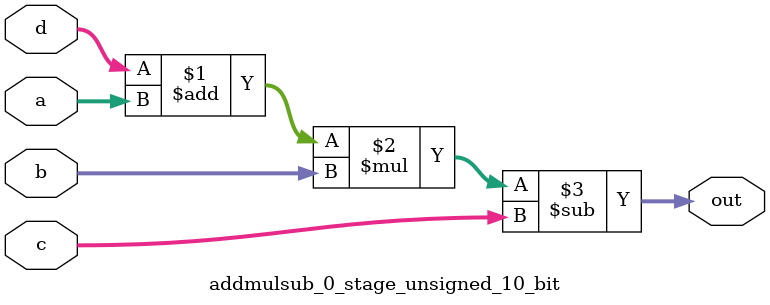
<source format=sv>
(* use_dsp = "yes" *) module addmulsub_0_stage_unsigned_10_bit(
	input  [9:0] a,
	input  [9:0] b,
	input  [9:0] c,
	input  [9:0] d,
	output [9:0] out
	);

	assign out = ((d + a) * b) - c;
endmodule

</source>
